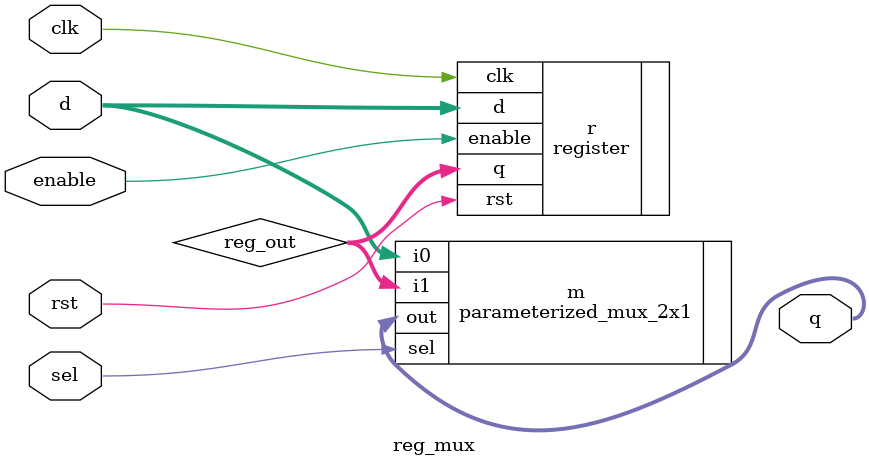
<source format=v>
module reg_mux(d, clk, rst, enable, sel, q);
	parameter RSTTYPE = "SYNC", WIDTH = 2;
	input [WIDTH-1:0] d;
	input clk, rst, sel, enable;
	output [WIDTH-1:0] q;

	wire [WIDTH-1:0] reg_out;

	register #(.RSTTYPE(RSTTYPE), .WIDTH(WIDTH)) r(.d(d), .clk(clk), .rst(rst), .enable(enable), .q(reg_out));
	parameterized_mux_2x1 #(.WIDTH(WIDTH)) m(.i0(d), .i1(reg_out), .sel(sel), .out(q));
endmodule
</source>
